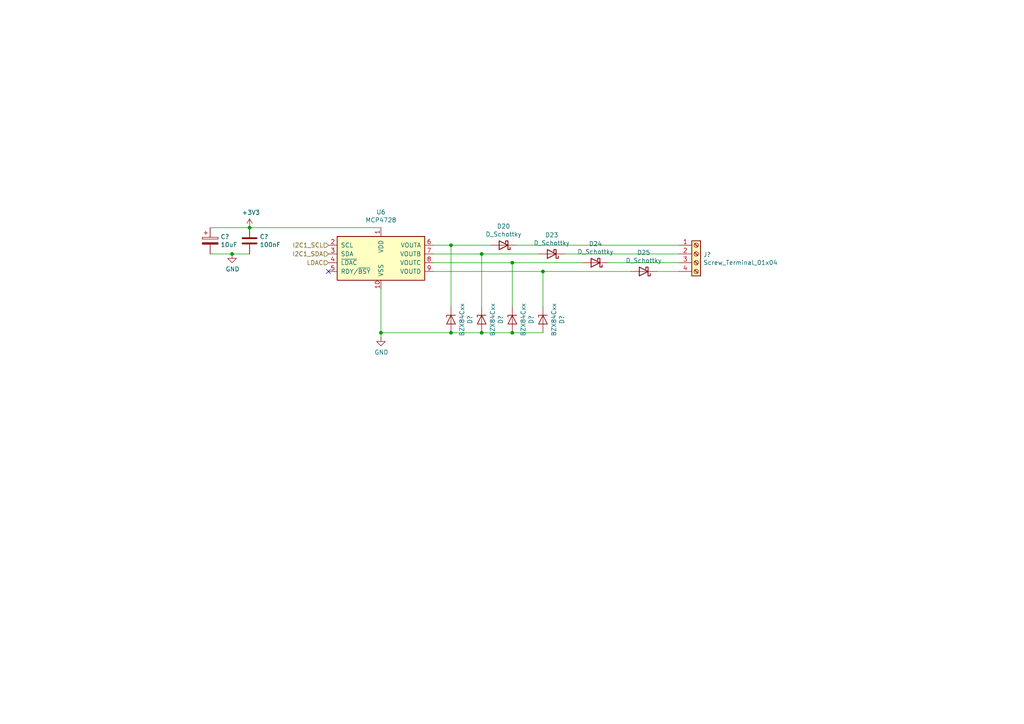
<source format=kicad_sch>
(kicad_sch (version 20231120) (generator "eeschema") (generator_version "8.0")
  (paper "A4")
  (lib_symbols
    (symbol "Analog_DAC:MCP4728" (pin_names (offset 1.016))
      (property "Reference" "U" (at -12.7 6.35 0))
      (property "Value" "MCP4728" (at 12.7 6.35 0))
      (symbol "MCP4728_0_1"
        (rectangle (start -12.7 5.08) (end 12.7 -7.62) (stroke (width 0.254)) (fill (type background)))
      )
      (symbol "MCP4728_1_1"
        (pin power_in line (at 0 7.62 270) (length 2.54) (name "VDD") (number "1"))
        (pin power_in line (at 0 -10.16 90) (length 2.54) (name "VSS") (number "10"))
        (pin input line (at -15.24 2.54 0) (length 2.54) (name "SCL") (number "2"))
        (pin bidirectional line (at -15.24 0 0) (length 2.54) (name "SDA") (number "3"))
        (pin input line (at -15.24 -2.54 0) (length 2.54) (name "~{LDAC}") (number "4"))
        (pin output line (at -15.24 -5.08 0) (length 2.54) (name "RDY/~{BSY}") (number "5"))
        (pin output line (at 15.24 2.54 180) (length 2.54) (name "VOUTA") (number "6"))
        (pin output line (at 15.24 0 180) (length 2.54) (name "VOUTB") (number "7"))
        (pin output line (at 15.24 -2.54 180) (length 2.54) (name "VOUTC") (number "8"))
        (pin output line (at 15.24 -5.08 180) (length 2.54) (name "VOUTD") (number "9"))
      )
    )
    (symbol "Connector:Screw_Terminal_01x04" (pin_names (offset 1.016) hide)
      (property "Reference" "J" (at 0 5.08 0))
      (property "Value" "Screw_Terminal_01x04" (at 0 -7.62 0))
      (symbol "Screw_Terminal_01x04_1_1"
        (rectangle (start -1.27 3.81) (end 1.27 -6.35) (stroke (width 0.254)) (fill (type background)))
        (circle (center 0 -5.08) (radius 0.635) (stroke (width 0.1524)))
        (circle (center 0 -2.54) (radius 0.635) (stroke (width 0.1524)))
        (polyline (pts (xy -0.5334 -4.7498) (xy 0.3302 -5.588)) (stroke (width 0.1524)))
        (polyline (pts (xy -0.5334 -2.2098) (xy 0.3302 -3.048)) (stroke (width 0.1524)))
        (polyline (pts (xy -0.5334 0.3302) (xy 0.3302 -0.508)) (stroke (width 0.1524)))
        (polyline (pts (xy -0.5334 2.8702) (xy 0.3302 2.032)) (stroke (width 0.1524)))
        (polyline (pts (xy -0.3556 -4.572) (xy 0.508 -5.4102)) (stroke (width 0.1524)))
        (polyline (pts (xy -0.3556 -2.032) (xy 0.508 -2.8702)) (stroke (width 0.1524)))
        (polyline (pts (xy -0.3556 0.508) (xy 0.508 -0.3302)) (stroke (width 0.1524)))
        (polyline (pts (xy -0.3556 3.048) (xy 0.508 2.2098)) (stroke (width 0.1524)))
        (circle (center 0 0) (radius 0.635) (stroke (width 0.1524)))
        (circle (center 0 2.54) (radius 0.635) (stroke (width 0.1524)))
        (pin passive line (at -5.08 2.54 0) (length 3.81) (name "Pin_1") (number "1"))
        (pin passive line (at -5.08 0 0) (length 3.81) (name "Pin_2") (number "2"))
        (pin passive line (at -5.08 -2.54 0) (length 3.81) (name "Pin_3") (number "3"))
        (pin passive line (at -5.08 -5.08 0) (length 3.81) (name "Pin_4") (number "4"))
      )
    )
    (symbol "Device:C" (pin_numbers hide) (pin_names (offset 0.254))
      (property "Reference" "C" (at 0.635 2.54 0))
      (property "Value" "C" (at 0.635 -2.54 0))
      (symbol "C_0_1"
        (polyline (pts (xy -2.032 -0.762) (xy 2.032 -0.762)) (stroke (width 0.508)))
        (polyline (pts (xy -2.032 0.762) (xy 2.032 0.762)) (stroke (width 0.508)))
      )
      (symbol "C_1_1"
        (pin passive line (at 0 3.81 270) (length 2.794) (name "~") (number "1"))
        (pin passive line (at 0 -3.81 90) (length 2.794) (name "~") (number "2"))
      )
    )
    (symbol "Device:D_Schottky" (pin_numbers hide) (pin_names (offset 1.016) hide)
      (property "Reference" "D" (at 0 2.54 0))
      (property "Value" "D_Schottky" (at 0 -2.54 0))
      (symbol "D_Schottky_0_1"
        (polyline (pts (xy 1.27 0) (xy -1.27 0)))
        (polyline (pts (xy 1.27 1.27) (xy 1.27 -1.27) (xy -1.27 0) (xy 1.27 1.27)) (stroke (width 0.254)))
        (polyline (pts (xy -1.905 0.635) (xy -1.905 1.27) (xy -1.27 1.27) (xy -1.27 -1.27) (xy -0.635 -1.27) (xy -0.635 -0.635)) (stroke (width 0.254)))
      )
      (symbol "D_Schottky_1_1"
        (pin passive line (at -3.81 0 0) (length 2.54) (name "K") (number "1"))
        (pin passive line (at 3.81 0 180) (length 2.54) (name "A") (number "2"))
      )
    )
    (symbol "ETH OPAMP DCMI FSMC CAN ENCODER CS1000-rescue:+3.3V-power" (power) (pin_names (offset 0))
      (property "Value" "power_+3.3V" (at 0 3.556 0))
      (symbol "+3.3V-power_0_1"
        (polyline (pts (xy -0.762 1.27) (xy 0 2.54)))
        (polyline (pts (xy 0 0) (xy 0 2.54)))
        (polyline (pts (xy 0 2.54) (xy 0.762 1.27)))
      )
      (symbol "+3.3V-power_1_1"
        (pin power_in line (at 0 0 90) (length 0) hide (name "+3V3") (number "1"))
      )
    )
    (symbol "ETH OPAMP DCMI FSMC CAN ENCODER CS1000-rescue:BZX84Cxx-Diode" (pin_numbers hide) (pin_names (offset 1.016) hide)
      (property "Reference" "D" (at 0 2.54 0))
      (property "Value" "Diode_BZX84Cxx" (at 0 -2.54 0))
      (symbol "BZX84Cxx-Diode_0_1"
        (polyline (pts (xy 1.27 0) (xy -1.27 0)))
        (polyline (pts (xy -1.27 -1.27) (xy -1.27 1.27) (xy -0.762 1.27)) (stroke (width 0.2032)))
        (polyline (pts (xy 1.27 -1.27) (xy 1.27 1.27) (xy -1.27 0) (xy 1.27 -1.27)) (stroke (width 0.2032)))
      )
      (symbol "BZX84Cxx-Diode_1_1"
        (pin passive line (at -3.81 0 0) (length 2.54) (name "K") (number "1"))
        (pin passive line (at 3.81 0 180) (length 2.54) (name "A") (number "2"))
      )
    )
    (symbol "ETH OPAMP DCMI FSMC CAN ENCODER CS1000-rescue:CP-Device" (pin_numbers hide) (pin_names (offset 0.254))
      (property "Reference" "C" (at 0.635 2.54 0))
      (property "Value" "Device_CP" (at 0.635 -2.54 0))
      (symbol "CP-Device_0_1"
        (rectangle (start -2.286 0.508) (end -2.286 1.016))
        (rectangle (start -2.286 0.508) (end 2.286 0.508))
        (polyline (pts (xy -1.778 2.286) (xy -0.762 2.286)))
        (polyline (pts (xy -1.27 2.794) (xy -1.27 1.778)))
        (rectangle (start 2.286 -0.508) (end -2.286 -1.016) (fill (type outline)))
        (rectangle (start 2.286 1.016) (end -2.286 1.016))
        (rectangle (start 2.286 1.016) (end 2.286 0.508))
      )
      (symbol "CP-Device_1_1"
        (pin passive line (at 0 3.81 270) (length 2.794) (name "~") (number "1"))
        (pin passive line (at 0 -3.81 90) (length 2.794) (name "~") (number "2"))
      )
    )
    (symbol "ETH OPAMP DCMI FSMC CAN ENCODER CS1000-rescue:GND-power" (power) (pin_names (offset 0))
      (property "Value" "power_GND" (at 0 -3.81 0))
      (symbol "GND-power_0_1"
        (polyline (pts (xy 0 0) (xy 0 -1.27) (xy 1.27 -1.27) (xy 0 -2.54) (xy -1.27 -1.27) (xy 0 -1.27)))
      )
      (symbol "GND-power_1_1"
        (pin power_in line (at 0 0 270) (length 0) hide (name "GND") (number "1"))
      )
    )
  )
  (junction (at 139.7 96.52))
  (junction (at 130.81 71.12))
  (junction (at 139.7 73.66))
  (junction (at 72.39 66.04))
  (junction (at 157.48 78.74))
  (junction (at 148.59 96.52))
  (junction (at 130.81 96.52))
  (junction (at 148.59 76.2))
  (junction (at 110.49 96.52))
  (junction (at 67.31 73.66))
  (no_connect (at 95.25 78.74))
  (wire (pts (xy 130.81 71.12) (xy 142.24 71.12)))
  (wire (pts (xy 125.73 78.74) (xy 157.48 78.74)))
  (wire (pts (xy 149.86 71.12) (xy 196.85 71.12)))
  (wire (pts (xy 72.39 66.04) (xy 60.96 66.04)))
  (wire (pts (xy 125.73 71.12) (xy 130.81 71.12)))
  (wire (pts (xy 157.48 78.74) (xy 182.88 78.74)))
  (wire (pts (xy 148.59 76.2) (xy 125.73 76.2)))
  (wire (pts (xy 196.85 73.66) (xy 163.83 73.66)))
  (wire (pts (xy 60.96 73.66) (xy 67.31 73.66)))
  (wire (pts (xy 168.91 76.2) (xy 148.59 76.2)))
  (wire (pts (xy 139.7 96.52) (xy 130.81 96.52)))
  (wire (pts (xy 139.7 96.52) (xy 148.59 96.52)))
  (wire (pts (xy 110.49 96.52) (xy 110.49 83.82)))
  (wire (pts (xy 110.49 66.04) (xy 72.39 66.04)))
  (wire (pts (xy 139.7 73.66) (xy 125.73 73.66)))
  (wire (pts (xy 157.48 88.9) (xy 157.48 78.74)))
  (wire (pts (xy 148.59 88.9) (xy 148.59 76.2)))
  (wire (pts (xy 157.48 96.52) (xy 148.59 96.52)))
  (wire (pts (xy 67.31 73.66) (xy 72.39 73.66)))
  (wire (pts (xy 130.81 88.9) (xy 130.81 71.12)))
  (wire (pts (xy 176.53 76.2) (xy 196.85 76.2)))
  (wire (pts (xy 110.49 96.52) (xy 110.49 97.79)))
  (wire (pts (xy 130.81 96.52) (xy 110.49 96.52)))
  (wire (pts (xy 190.5 78.74) (xy 196.85 78.74)))
  (wire (pts (xy 156.21 73.66) (xy 139.7 73.66)))
  (wire (pts (xy 139.7 88.9) (xy 139.7 73.66)))
  (hierarchical_label "LDAC" (shape input) (at 95.25 76.2 180))
  (hierarchical_label "I2C1_SDA" (shape input) (at 95.25 73.66 180))
  (hierarchical_label "I2C1_SCL" (shape input) (at 95.25 71.12 180))
  (symbol (lib_id "Analog_DAC:MCP4728") (at 110.49 73.66 0) (unit 1)
    (property "Reference" "U6" (at 110.49 61.5188 0))
    (property "Value" "MCP4728" (at 110.49 63.8302 0))
    (property "Footprint" "Package_SO:MSOP-10_3x3mm_P0.5mm" (effects (hide yes)))
    (property "Datasheet" "579-MCP4728A4TEUNVAO" (effects (hide yes)))
  )
  (symbol (lib_id "Device:C") (at 72.39 69.85 0) (unit 1)
    (property "Reference" "C?" (at 75.311 68.6816 0) (effects (justify left)))
    (property "Value" "100nF" (at 75.311 70.993 0) (effects (justify left)))
    (property "Footprint" "Capacitor_SMD:C_0603_1608Metric" (effects (hide yes)))
    (property "Datasheet" "581-0603YC104MAT4A" (effects (hide yes)))
    (instances (project "" (path "" (reference "C?") (unit 1)) (path "" (reference "C42") (unit 1))))
  )
  (symbol (lib_id "ETH OPAMP DCMI FSMC CAN ENCODER CS1000-rescue:CP-Device") (at 60.96 69.85 0) (unit 1)
    (property "Reference" "C?" (at 63.9572 68.6816 0) (effects (justify left)))
    (property "Value" "10uF" (at 63.9572 70.993 0) (effects (justify left)))
    (property "Footprint" "Capacitor_Tantalum_SMD:CP_EIA-1608-08_AVX-J_Pad1.25x1.05mm_HandSolder" (effects (hide yes)))
    (property "Datasheet" "74-TMCJ0E106MTR2F" (effects (hide yes)))
    (instances (project "" (path "" (reference "C?") (unit 1)) (path "" (reference "C?") (unit 1)) (path "" (reference "C41") (unit 1))))
  )
  (symbol (lib_id "ETH OPAMP DCMI FSMC CAN ENCODER CS1000-rescue:GND-power") (at 110.49 97.79 0) (unit 1)
    (property "Reference" "#PWR060" (effects (hide yes)))
    (property "Value" "GND" (at 110.617 102.1842 0))
  )
  (symbol (lib_id "ETH OPAMP DCMI FSMC CAN ENCODER CS1000-rescue:GND-power") (at 67.31 73.66 0) (unit 1)
    (property "Reference" "#PWR058" (effects (hide yes)))
    (property "Value" "GND" (at 67.437 78.0542 0))
  )
  (symbol (lib_id "ETH OPAMP DCMI FSMC CAN ENCODER CS1000-rescue:+3.3V-power") (at 72.39 66.04 0) (unit 1)
    (property "Reference" "#PWR059" (effects (hide yes)))
    (property "Value" "+3V3" (at 72.771 61.6458 0))
  )
  (symbol (lib_id "Device:D_Schottky") (at 146.05 71.12 180) (unit 1)
    (property "Reference" "D20" (at 146.05 65.6336 0))
    (property "Value" "D_Schottky" (at 146.05 67.945 0))
    (property "Footprint" "Diode_SMD:D_SOD-123" (effects (hide yes)))
    (property "Datasheet" "863-BAT54T1G" (effects (hide yes)))
  )
  (symbol (lib_id "ETH OPAMP DCMI FSMC CAN ENCODER CS1000-rescue:BZX84Cxx-Diode") (at 130.81 92.71 90) (mirror x) (unit 1)
    (property "Reference" "D?" (at 136.2964 92.71 0))
    (property "Value" "BZX84Cxx" (at 133.985 92.71 0))
    (property "Footprint" "Diode_SMD:D_SOT-23_ANK" (effects (hide yes)))
    (property "Datasheet" "863-BZX84C3V6LT1G" (effects (hide yes)))
    (instances (project "" (path "" (reference "D?") (unit 1)) (path "" (reference "D?") (unit 1)) (path "" (reference "D18") (unit 1))))
  )
  (symbol (lib_id "ETH OPAMP DCMI FSMC CAN ENCODER CS1000-rescue:BZX84Cxx-Diode") (at 139.7 92.71 90) (mirror x) (unit 1)
    (property "Reference" "D?" (at 145.1864 92.71 0))
    (property "Value" "BZX84Cxx" (at 142.875 92.71 0))
    (property "Footprint" "Diode_SMD:D_SOT-23_ANK" (effects (hide yes)))
    (property "Datasheet" "863-BZX84C3V6LT1G" (effects (hide yes)))
    (instances (project "" (path "" (reference "D?") (unit 1)) (path "" (reference "D?") (unit 1)) (path "" (reference "D19") (unit 1))))
  )
  (symbol (lib_id "Device:D_Schottky") (at 160.02 73.66 180) (unit 1)
    (property "Reference" "D23" (at 160.02 68.1736 0))
    (property "Value" "D_Schottky" (at 160.02 70.485 0))
    (property "Footprint" "Diode_SMD:D_SOD-123" (effects (hide yes)))
    (property "Datasheet" "863-BAT54T1G" (effects (hide yes)))
  )
  (symbol (lib_id "Device:D_Schottky") (at 172.72 76.2 180) (unit 1)
    (property "Reference" "D24" (at 172.72 70.7136 0))
    (property "Value" "D_Schottky" (at 172.72 73.025 0))
    (property "Footprint" "Diode_SMD:D_SOD-123" (effects (hide yes)))
    (property "Datasheet" "863-BAT54T1G" (effects (hide yes)))
  )
  (symbol (lib_id "Device:D_Schottky") (at 186.69 78.74 180) (unit 1)
    (property "Reference" "D25" (at 186.69 73.2536 0))
    (property "Value" "D_Schottky" (at 186.69 75.565 0))
    (property "Footprint" "Diode_SMD:D_SOD-123" (effects (hide yes)))
    (property "Datasheet" "863-BAT54T1G" (effects (hide yes)))
  )
  (symbol (lib_id "ETH OPAMP DCMI FSMC CAN ENCODER CS1000-rescue:BZX84Cxx-Diode") (at 148.59 92.71 90) (mirror x) (unit 1)
    (property "Reference" "D?" (at 154.0764 92.71 0))
    (property "Value" "BZX84Cxx" (at 151.765 92.71 0))
    (property "Footprint" "Diode_SMD:D_SOT-23_ANK" (effects (hide yes)))
    (property "Datasheet" "863-BZX84C3V6LT1G" (effects (hide yes)))
    (instances (project "" (path "" (reference "D?") (unit 1)) (path "" (reference "D?") (unit 1)) (path "" (reference "D21") (unit 1))))
  )
  (symbol (lib_id "ETH OPAMP DCMI FSMC CAN ENCODER CS1000-rescue:BZX84Cxx-Diode") (at 157.48 92.71 90) (mirror x) (unit 1)
    (property "Reference" "D?" (at 162.9664 92.71 0))
    (property "Value" "BZX84Cxx" (at 160.655 92.71 0))
    (property "Footprint" "Diode_SMD:D_SOT-23_ANK" (effects (hide yes)))
    (property "Datasheet" "863-BZX84C3V6LT1G" (effects (hide yes)))
    (instances (project "" (path "" (reference "D?") (unit 1)) (path "" (reference "D?") (unit 1)) (path "" (reference "D22") (unit 1))))
  )
  (symbol (lib_id "Connector:Screw_Terminal_01x04") (at 201.93 73.66 0) (unit 1)
    (property "Reference" "J?" (at 203.962 73.8632 0) (effects (justify left)))
    (property "Value" "Screw_Terminal_01x04" (at 203.962 76.1746 0) (effects (justify left)))
    (property "Footprint" "TerminalBlock_Phoenix:TerminalBlock_Phoenix_MKDS-1,5-4_1x04_P5.00mm_Horizontal" (effects (hide yes)))
    (property "Datasheet" "651-1935187" (effects (hide yes)))
    (instances (project "" (path "" (reference "J?") (unit 1)) (path "" (reference "J13") (unit 1))))
  )
)
</source>
